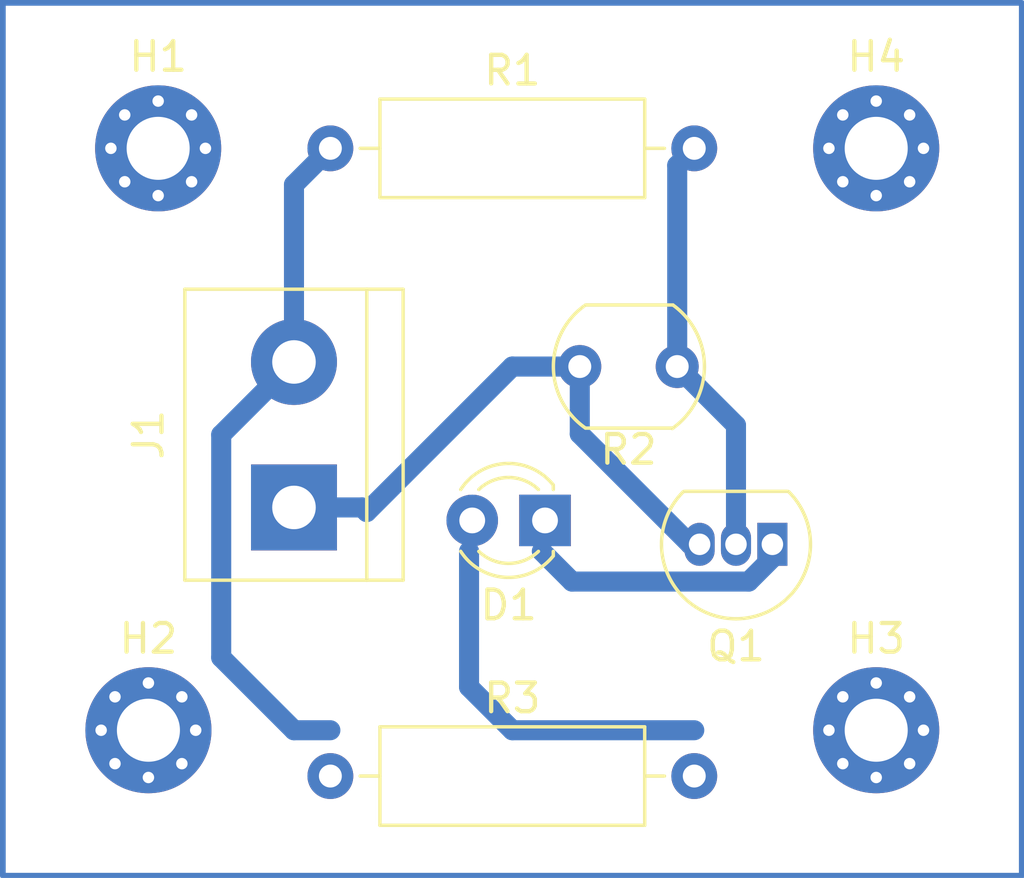
<source format=kicad_pcb>
(kicad_pcb (version 20211014) (generator pcbnew)
  (layers (0 "F.Cu" signal) (31 "B.Cu" signal) (34 "B.Paste" user) (35 "F.Paste" user) (36 "B.SilkS" user "B.Silkscreen") (37 "F.SilkS" user "F.Silkscreen") (38 "B.Mask" user) (39 "F.Mask" user) (44 "Edge.Cuts" user))
  (net 0 "")
  (net 1 "Net-(D1-Pad1)")
  (net 2 "Net-(D1-Pad2)")
  (net 3 "GND")
  (net 4 "+5V")
  (net 5 "Net-(Q1-Pad2)")
  (footprint "Package_TO_SOT_THT:TO-92_Inline" (layer "F.Cu") (at 136.076094 105.26777 180)
    (fp_text reference "Q1" (at 1.27 -3.56) (layer "F.SilkS"))
    (fp_text value "BC547")
    (fp_line (start -0.53 1.85) (end 3.07 1.85) (layer "F.SilkS") (width 0.12))
    (fp_arc (start -0.568478 1.838478) (mid -1.132087 -0.994977) (end 1.27 -2.6) (layer "F.SilkS") (width 0.12))
    (fp_arc (start 1.27 -2.6) (mid 3.672087 -0.994977) (end 3.108478 1.838478) (layer "F.SilkS") (width 0.12))
    (pad "1" thru_hole rect (at 0 0 180) (size 1.05 1.5) (drill 0.75) (layers *.Cu *.Mask) (net 1 "Net-(D1-Pad1)"))
    (pad "2" thru_hole oval (at 1.27 0 180) (size 1.05 1.5) (drill 0.75) (layers *.Cu *.Mask) (net 5 "Net-(Q1-Pad2)"))
    (pad "3" thru_hole oval (at 2.54 0 180) (size 1.05 1.5) (drill 0.75) (layers *.Cu *.Mask) (net 3 "GND"))
  )
  (footprint "MountingHole:MountingHole_2.2mm_M2_Pad_Via" (layer "F.Cu") (at 139.7 111.76)
    (fp_text reference "H3" (at 0 -3.2) (layer "F.SilkS"))
    (fp_text value "MountingHole")
    (pad "1" thru_hole circle (at 1.166726 -1.166726) (size 0.7 0.7) (drill 0.4) (layers *.Cu *.Mask))
    (pad "1" thru_hole circle (at 1.166726 1.166726) (size 0.7 0.7) (drill 0.4) (layers *.Cu *.Mask))
    (pad "1" thru_hole circle (at -1.166726 1.166726) (size 0.7 0.7) (drill 0.4) (layers *.Cu *.Mask))
    (pad "1" thru_hole circle (at -1.166726 -1.166726) (size 0.7 0.7) (drill 0.4) (layers *.Cu *.Mask))
    (pad "1" thru_hole circle (at 0 -1.65) (size 0.7 0.7) (drill 0.4) (layers *.Cu *.Mask))
    (pad "1" thru_hole circle (at 0 1.65) (size 0.7 0.7) (drill 0.4) (layers *.Cu *.Mask))
    (pad "1" thru_hole circle (at 1.65 0) (size 0.7 0.7) (drill 0.4) (layers *.Cu *.Mask))
    (pad "1" thru_hole circle (at -1.65 0) (size 0.7 0.7) (drill 0.4) (layers *.Cu *.Mask))
    (pad "1" thru_hole circle (at 0 0) (size 4.4 4.4) (drill 2.2) (layers *.Cu *.Mask))
  )
  (footprint "Resistor_THT:R_Axial_DIN0309_L9.0mm_D3.2mm_P12.70mm_Horizontal" (layer "F.Cu") (at 120.65 113.36)
    (fp_text reference "R3" (at 6.35 -2.72) (layer "F.SilkS"))
    (fp_text value "470 ohm")
    (fp_line (start 11.66 0) (end 10.97 0) (layer "F.SilkS") (width 0.12))
    (fp_line (start 10.97 -1.72) (end 1.73 -1.72) (layer "F.SilkS") (width 0.12))
    (fp_line (start 1.73 -1.72) (end 1.73 1.72) (layer "F.SilkS") (width 0.12))
    (fp_line (start 10.97 1.72) (end 10.97 -1.72) (layer "F.SilkS") (width 0.12))
    (fp_line (start 1.73 1.72) (end 10.97 1.72) (layer "F.SilkS") (width 0.12))
    (fp_line (start 1.04 0) (end 1.73 0) (layer "F.SilkS") (width 0.12))
    (pad "1" thru_hole circle (at 0 0) (size 1.6 1.6) (drill 0.8) (layers *.Cu *.Mask) (net 4 "+5V"))
    (pad "2" thru_hole oval (at 12.7 0) (size 1.6 1.6) (drill 0.8) (layers *.Cu *.Mask) (net 2 "Net-(D1-Pad2)"))
  )
  (footprint "OptoDevice:R_LDR_5.1x4.3mm_P3.4mm_Vertical" (layer "F.Cu") (at 132.754904 99.06 180)
    (fp_text reference "R2" (at 1.7 -2.9) (layer "F.SilkS"))
    (fp_text value "LDR07")
    (fp_line (start 0.15 -2.15) (end 3.2 -2.15) (layer "F.SilkS") (width 0.12))
    (fp_line (start 0.15 2.15) (end 3.2 2.15) (layer "F.SilkS") (width 0.12))
    (fp_arc (start 3.2 -2.15) (mid 4.321403 -0.027338) (end 3.244513 2.118249) (layer "F.SilkS") (width 0.12))
    (fp_arc (start 0.15 2.15) (mid -0.950438 -0.013368) (end 0.171766 -2.165525) (layer "F.SilkS") (width 0.12))
    (pad "1" thru_hole circle (at 0 0 180) (size 1.5 1.5) (drill 0.8) (layers *.Cu *.Mask) (net 5 "Net-(Q1-Pad2)"))
    (pad "2" thru_hole circle (at 3.4 0 180) (size 1.5 1.5) (drill 0.8) (layers *.Cu *.Mask) (net 3 "GND"))
  )
  (footprint "MountingHole:MountingHole_2.2mm_M2_Pad_Via" (layer "F.Cu") (at 139.7 91.44)
    (fp_text reference "H4" (at 0 -3.2) (layer "F.SilkS"))
    (fp_text value "MountingHole")
    (pad "1" thru_hole circle (at 1.166726 -1.166726) (size 0.7 0.7) (drill 0.4) (layers *.Cu *.Mask))
    (pad "1" thru_hole circle (at -1.65 0) (size 0.7 0.7) (drill 0.4) (layers *.Cu *.Mask))
    (pad "1" thru_hole circle (at 1.166726 1.166726) (size 0.7 0.7) (drill 0.4) (layers *.Cu *.Mask))
    (pad "1" thru_hole circle (at -1.166726 1.166726) (size 0.7 0.7) (drill 0.4) (layers *.Cu *.Mask))
    (pad "1" thru_hole circle (at 0 -1.65) (size 0.7 0.7) (drill 0.4) (layers *.Cu *.Mask))
    (pad "1" thru_hole circle (at -1.166726 -1.166726) (size 0.7 0.7) (drill 0.4) (layers *.Cu *.Mask))
    (pad "1" thru_hole circle (at 1.65 0) (size 0.7 0.7) (drill 0.4) (layers *.Cu *.Mask))
    (pad "1" thru_hole circle (at 0 0) (size 4.4 4.4) (drill 2.2) (layers *.Cu *.Mask))
    (pad "1" thru_hole circle (at 0 1.65) (size 0.7 0.7) (drill 0.4) (layers *.Cu *.Mask))
  )
  (footprint "TerminalBlock:TerminalBlock_bornier-2_P5.08mm" (layer "F.Cu") (at 119.38 103.98 90)
    (fp_text reference "J1" (at 2.54 -5.08 90) (layer "F.SilkS"))
    (fp_text value "Screw_Terminal_01x02")
    (fp_line (start 7.62 3.81) (end 7.62 -3.81) (layer "F.SilkS") (width 0.12))
    (fp_line (start -2.54 -3.81) (end -2.54 3.81) (layer "F.SilkS") (width 0.12))
    (fp_line (start 7.62 2.54) (end -2.54 2.54) (layer "F.SilkS") (width 0.12))
    (fp_line (start 7.62 -3.81) (end -2.54 -3.81) (layer "F.SilkS") (width 0.12))
    (fp_line (start -2.54 3.81) (end 7.62 3.81) (layer "F.SilkS") (width 0.12))
    (pad "1" thru_hole rect (at 0 0 90) (size 3 3) (drill 1.52) (layers *.Cu *.Mask) (net 3 "GND"))
    (pad "2" thru_hole circle (at 5.08 0 90) (size 3 3) (drill 1.52) (layers *.Cu *.Mask) (net 4 "+5V"))
  )
  (footprint "MountingHole:MountingHole_2.2mm_M2_Pad_Via" (layer "F.Cu") (at 114.3 111.76)
    (fp_text reference "H2" (at 0 -3.2) (layer "F.SilkS"))
    (fp_text value "MountingHole")
    (pad "1" thru_hole circle (at 0 -1.65) (size 0.7 0.7) (drill 0.4) (layers *.Cu *.Mask))
    (pad "1" thru_hole circle (at -1.166726 -1.166726) (size 0.7 0.7) (drill 0.4) (layers *.Cu *.Mask))
    (pad "1" thru_hole circle (at 0 1.65) (size 0.7 0.7) (drill 0.4) (layers *.Cu *.Mask))
    (pad "1" thru_hole circle (at 1.166726 -1.166726) (size 0.7 0.7) (drill 0.4) (layers *.Cu *.Mask))
    (pad "1" thru_hole circle (at 1.166726 1.166726) (size 0.7 0.7) (drill 0.4) (layers *.Cu *.Mask))
    (pad "1" thru_hole circle (at 1.65 0) (size 0.7 0.7) (drill 0.4) (layers *.Cu *.Mask))
    (pad "1" thru_hole circle (at -1.65 0) (size 0.7 0.7) (drill 0.4) (layers *.Cu *.Mask))
    (pad "1" thru_hole circle (at 0 0) (size 4.4 4.4) (drill 2.2) (layers *.Cu *.Mask))
    (pad "1" thru_hole circle (at -1.166726 1.166726) (size 0.7 0.7) (drill 0.4) (layers *.Cu *.Mask))
  )
  (footprint "LED_THT:LED_D3.0mm" (layer "F.Cu") (at 128.140961 104.43381 180)
    (fp_text reference "D1" (at 1.27 -2.96) (layer "F.SilkS"))
    (fp_text value "LED")
    (fp_line (start -0.29 1.08) (end -0.29 1.236) (layer "F.SilkS") (width 0.12))
    (fp_line (start -0.29 -1.236) (end -0.29 -1.08) (layer "F.SilkS") (width 0.12))
    (fp_arc (start -0.29 -1.235516) (mid 1.366487 -1.987659) (end 2.942335 -1.078608) (layer "F.SilkS") (width 0.12))
    (fp_arc (start 2.942335 1.078608) (mid 1.366487 1.987659) (end -0.29 1.235516) (layer "F.SilkS") (width 0.12))
    (fp_arc (start 2.31113 1.079837) (mid 1.270117 1.5) (end 0.229039 1.08) (layer "F.SilkS") (width 0.12))
    (fp_arc (start 0.229039 -1.08) (mid 1.270117 -1.5) (end 2.31113 -1.079837) (layer "F.SilkS") (width 0.12))
    (pad "1" thru_hole rect (at 0 0 180) (size 1.8 1.8) (drill 0.9) (layers *.Cu *.Mask) (net 1 "Net-(D1-Pad1)"))
    (pad "2" thru_hole circle (at 2.54 0 180) (size 1.8 1.8) (drill 0.9) (layers *.Cu *.Mask) (net 2 "Net-(D1-Pad2)"))
  )
  (footprint "Resistor_THT:R_Axial_DIN0309_L9.0mm_D3.2mm_P12.70mm_Horizontal" (layer "F.Cu") (at 120.65 91.44)
    (fp_text reference "R1" (at 6.35 -2.72) (layer "F.SilkS"))
    (fp_text value "1k")
    (fp_line (start 11.66 0) (end 10.97 0) (layer "F.SilkS") (width 0.12))
    (fp_line (start 1.04 0) (end 1.73 0) (layer "F.SilkS") (width 0.12))
    (fp_line (start 1.73 1.72) (end 10.97 1.72) (layer "F.SilkS") (width 0.12))
    (fp_line (start 10.97 1.72) (end 10.97 -1.72) (layer "F.SilkS") (width 0.12))
    (fp_line (start 10.97 -1.72) (end 1.73 -1.72) (layer "F.SilkS") (width 0.12))
    (fp_line (start 1.73 -1.72) (end 1.73 1.72) (layer "F.SilkS") (width 0.12))
    (pad "1" thru_hole circle (at 0 0) (size 1.6 1.6) (drill 0.8) (layers *.Cu *.Mask) (net 4 "+5V"))
    (pad "2" thru_hole oval (at 12.7 0) (size 1.6 1.6) (drill 0.8) (layers *.Cu *.Mask) (net 5 "Net-(Q1-Pad2)"))
  )
  (footprint "MountingHole:MountingHole_2.2mm_M2_Pad_Via" (layer "F.Cu") (at 114.64 91.44)
    (fp_text reference "H1" (at 0 -3.2) (layer "F.SilkS"))
    (fp_text value "MountingHole")
    (pad "1" thru_hole circle (at 0 1.65) (size 0.7 0.7) (drill 0.4) (layers *.Cu *.Mask))
    (pad "1" thru_hole circle (at 1.166726 1.166726) (size 0.7 0.7) (drill 0.4) (layers *.Cu *.Mask))
    (pad "1" thru_hole circle (at -1.166726 1.166726) (size 0.7 0.7) (drill 0.4) (layers *.Cu *.Mask))
    (pad "1" thru_hole circle (at 1.65 0) (size 0.7 0.7) (drill 0.4) (layers *.Cu *.Mask))
    (pad "1" thru_hole circle (at 1.166726 -1.166726) (size 0.7 0.7) (drill 0.4) (layers *.Cu *.Mask))
    (pad "1" thru_hole circle (at -1.65 0) (size 0.7 0.7) (drill 0.4) (layers *.Cu *.Mask))
    (pad "1" thru_hole circle (at 0 0) (size 4.4 4.4) (drill 2.2) (layers *.Cu *.Mask))
    (pad "1" thru_hole circle (at -1.166726 -1.166726) (size 0.7 0.7) (drill 0.4) (layers *.Cu *.Mask))
    (pad "1" thru_hole circle (at 0 -1.65) (size 0.7 0.7) (drill 0.4) (layers *.Cu *.Mask))
  )
  (gr_rect (start 109.22 86.36) (end 144.78 116.84) (layer "B.Cu") (width 0.2) (fill none))
  (segment (start 128.03 105.51381) (end 129.08396 106.56777) (width 0.7) (layer "B.Cu") (net 1))
  (segment (start 136.076094 105.74305) (end 136.076094 105.26777) (width 0.7) (layer "B.Cu") (net 1))
  (segment (start 129.08396 106.56777) (end 135.251374 106.56777) (width 0.7) (layer "B.Cu") (net 1))
  (segment (start 135.251374 106.56777) (end 136.076094 105.74305) (width 0.7) (layer "B.Cu") (net 1))
  (segment (start 125.49 110.25) (end 127 111.76) (width 0.7) (layer "B.Cu") (net 2))
  (segment (start 125.49 105.51381) (end 125.49 110.25) (width 0.7) (layer "B.Cu") (net 2))
  (segment (start 127 111.76) (end 133.35 111.76) (width 0.7) (layer "B.Cu") (net 2))
  (segment (start 133.20777 105.26777) (end 133.536094 105.26777) (width 0.7) (layer "F.Cu") (net 3))
  (segment (start 119.38 103.98) (end 119.54 103.98) (width 0.7) (layer "F.Cu") (net 3))
  (segment (start 129.354904 101.414904) (end 133.20777 105.26777) (width 0.7) (layer "B.Cu") (net 3))
  (segment (start 133.20777 105.26777) (end 133.536094 105.26777) (width 0.7) (layer "B.Cu") (net 3))
  (segment (start 121.76 103.98) (end 121.92 104.14) (width 0.7) (layer "B.Cu") (net 3))
  (segment (start 119.38 103.98) (end 121.76 103.98) (width 0.7) (layer "B.Cu") (net 3))
  (segment (start 121.92 104.14) (end 127 99.06) (width 0.7) (layer "B.Cu") (net 3))
  (segment (start 127 99.06) (end 129.354904 99.06) (width 0.7) (layer "B.Cu") (net 3))
  (segment (start 129.354904 99.06) (end 129.354904 101.414904) (width 0.7) (layer "B.Cu") (net 3))
  (segment (start 119.38 98.9) (end 116.84 101.44) (width 0.7) (layer "B.Cu") (net 4))
  (segment (start 119.38 98.9) (end 119.38 92.71) (width 0.7) (layer "B.Cu") (net 4))
  (segment (start 119.38 111.76) (end 120.65 111.76) (width 0.7) (layer "B.Cu") (net 4))
  (segment (start 116.84 101.44) (end 116.84 109.22) (width 0.7) (layer "B.Cu") (net 4))
  (segment (start 119.38 92.71) (end 120.65 91.44) (width 0.7) (layer "B.Cu") (net 4))
  (segment (start 116.84 109.22) (end 119.38 111.76) (width 0.7) (layer "B.Cu") (net 4))
  (segment (start 132.754904 99.06) (end 132.754904 92.035096) (width 0.7) (layer "B.Cu") (net 5))
  (segment (start 132.754904 92.035096) (end 133.35 91.44) (width 0.7) (layer "B.Cu") (net 5))
  (segment (start 132.754904 99.06) (end 134.806094 101.11119) (width 0.7) (layer "B.Cu") (net 5))
  (segment (start 134.806094 101.11119) (end 134.806094 105.26777) (width 0.7) (layer "B.Cu") (net 5))
)
</source>
